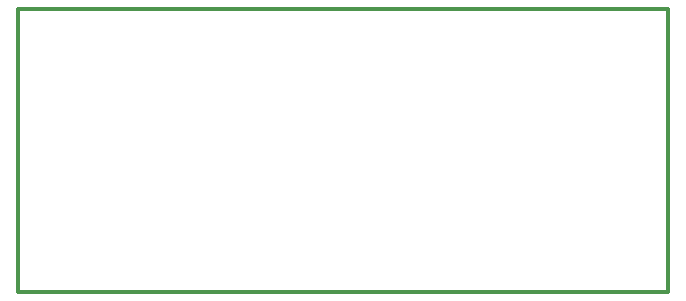
<source format=gko>
G04 Layer: BoardOutlineLayer*
G04 EasyEDA v6.5.38, 2023-11-23 17:22:46*
G04 1afb102ce3c94d729b8c5533a6be374a,15c74d7bfa284007874df21313af148a,10*
G04 Gerber Generator version 0.2*
G04 Scale: 100 percent, Rotated: No, Reflected: No *
G04 Dimensions in millimeters *
G04 leading zeros omitted , absolute positions ,4 integer and 5 decimal *
%FSLAX45Y45*%
%MOMM*%

%ADD10C,0.3000*%
D10*
X22Y2400045D02*
G01*
X22Y2400045D01*
X5499999Y2400000D01*
X5499999Y0D01*
X22Y0D01*
X22Y2400045D01*

%LPD*%
M02*

</source>
